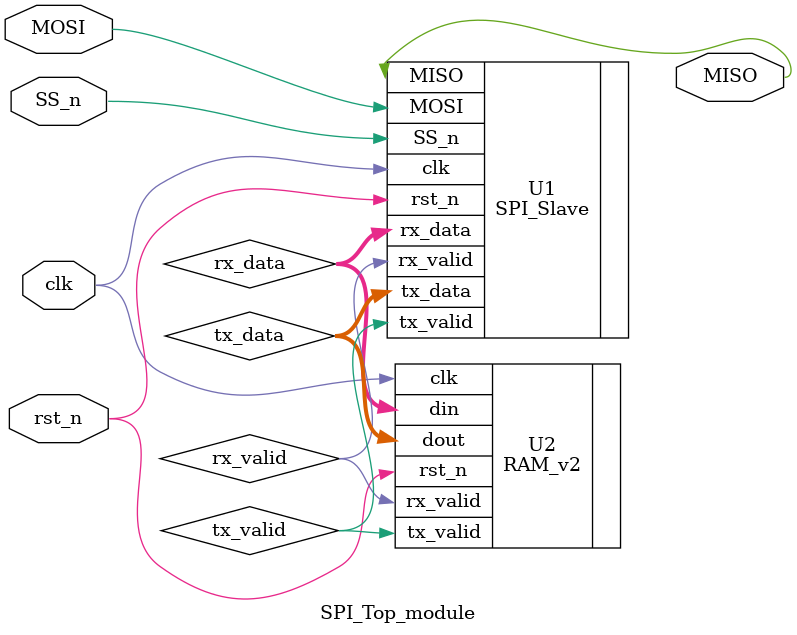
<source format=v>
module SPI_Top_module (MOSI,MISO,SS_n,rst_n,clk); 

//Ports Declaration 
input MOSI,SS_n,clk,rst_n; 
output MISO; 

/*-----Internal Signals------*/ 
//Tramsmitting data from SPI Slave to RAM
wire [9:0] rx_data;
wire rx_valid; 

//SPI Slave Recieving from RAM  
wire tx_valid; 
wire [7:0] tx_data; 


//Modules Instantiation 
SPI_Slave U1 (.MOSI(MOSI),.MISO(MISO),.SS_n(SS_n),.clk(clk),.rst_n(rst_n),.rx_data(rx_data),
				.rx_valid(rx_valid),.tx_data(tx_data),.tx_valid(tx_valid)); 

RAM_v2 U2 (.din(rx_data),.clk(clk),.rst_n(rst_n),.rx_valid(rx_valid),.dout(tx_data),.tx_valid(tx_valid)); 


endmodule 



</source>
